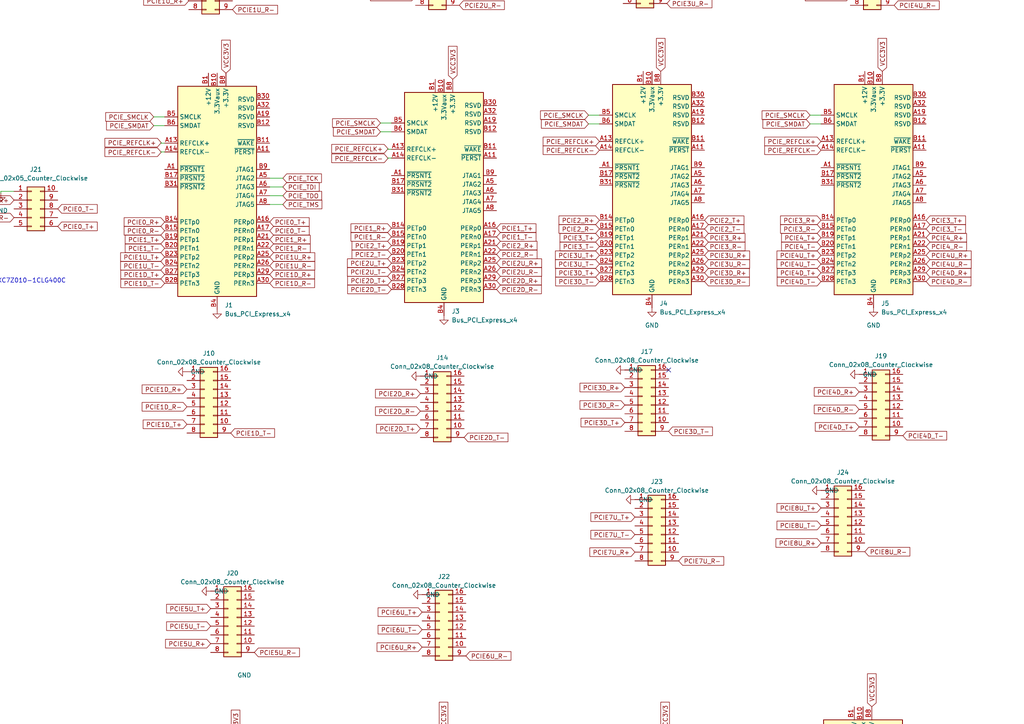
<source format=kicad_sch>
(kicad_sch (version 20230121) (generator eeschema)
  (paper "A4")
  (lib_symbols
    (symbol "Connector:Bus_PCI_Express_x4"
      (property "Reference" "J" (at -8.89 33.02 0))
      (property "Value" "Bus_PCI_Express_x4" (at 12.7 33.02 0))
      (symbol "Bus_PCI_Express_x4_0_1"
        (rectangle (start -11.43 31.75) (end 11.43 -29.21) (stroke (width 0.254)) (fill (type background)))
      )
      (symbol "Bus_PCI_Express_x4_1_1"
        (pin passive line (at -15.24 7.62 0) (length 3.81) (name "~{PRSNT1}") (number "A1"))
        (pin passive line (at 2.54 35.56 270) (length 3.81) hide (name "+3.3V") (number "A10"))
        (pin input line (at 15.24 12.7 180) (length 3.81) (name "~{PERST}") (number "A11"))
        (pin passive line (at 0 -33.02 90) (length 3.81) hide (name "GND") (number "A12"))
        (pin input line (at -15.24 15.24 0) (length 3.81) (name "REFCLK+") (number "A13"))
        (pin input line (at -15.24 12.7 0) (length 3.81) (name "REFCLK-") (number "A14"))
        (pin passive line (at 0 -33.02 90) (length 3.81) hide (name "GND") (number "A15"))
        (pin output line (at 15.24 -7.62 180) (length 3.81) (name "PERp0") (number "A16"))
        (pin output line (at 15.24 -10.16 180) (length 3.81) (name "PERn0") (number "A17"))
        (pin passive line (at 0 -33.02 90) (length 3.81) hide (name "GND") (number "A18"))
        (pin passive line (at 15.24 22.86 180) (length 3.81) (name "RSVD") (number "A19"))
        (pin passive line (at -2.54 35.56 270) (length 3.81) hide (name "+12V") (number "A2"))
        (pin passive line (at 0 -33.02 90) (length 3.81) hide (name "GND") (number "A20"))
        (pin output line (at 15.24 -12.7 180) (length 3.81) (name "PERp1") (number "A21"))
        (pin output line (at 15.24 -15.24 180) (length 3.81) (name "PERn1") (number "A22"))
        (pin passive line (at 0 -33.02 90) (length 3.81) hide (name "GND") (number "A23"))
        (pin passive line (at 0 -33.02 90) (length 3.81) hide (name "GND") (number "A24"))
        (pin output line (at 15.24 -17.78 180) (length 3.81) (name "PERp2") (number "A25"))
        (pin output line (at 15.24 -20.32 180) (length 3.81) (name "PERn2") (number "A26"))
        (pin passive line (at 0 -33.02 90) (length 3.81) hide (name "GND") (number "A27"))
        (pin passive line (at 0 -33.02 90) (length 3.81) hide (name "GND") (number "A28"))
        (pin output line (at 15.24 -22.86 180) (length 3.81) (name "PERp3") (number "A29"))
        (pin passive line (at -2.54 35.56 270) (length 3.81) hide (name "+12V") (number "A3"))
        (pin output line (at 15.24 -25.4 180) (length 3.81) (name "PERn3") (number "A30"))
        (pin passive line (at 0 -33.02 90) (length 3.81) hide (name "GND") (number "A31"))
        (pin passive line (at 15.24 25.4 180) (length 3.81) (name "RSVD") (number "A32"))
        (pin passive line (at 0 -33.02 90) (length 3.81) hide (name "GND") (number "A4"))
        (pin input line (at 15.24 5.08 180) (length 3.81) (name "JTAG2") (number "A5"))
        (pin input line (at 15.24 2.54 180) (length 3.81) (name "JTAG3") (number "A6"))
        (pin output line (at 15.24 0 180) (length 3.81) (name "JTAG4") (number "A7"))
        (pin input line (at 15.24 -2.54 180) (length 3.81) (name "JTAG5") (number "A8"))
        (pin passive line (at 2.54 35.56 270) (length 3.81) hide (name "+3.3V") (number "A9"))
        (pin power_in line (at -2.54 35.56 270) (length 3.81) (name "+12V") (number "B1"))
        (pin power_in line (at 0 35.56 270) (length 3.81) (name "3.3Vaux") (number "B10"))
        (pin open_collector line (at 15.24 15.24 180) (length 3.81) (name "~{WAKE}") (number "B11"))
        (pin passive line (at 15.24 20.32 180) (length 3.81) (name "RSVD") (number "B12"))
        (pin passive line (at 0 -33.02 90) (length 3.81) hide (name "GND") (number "B13"))
        (pin input line (at -15.24 -7.62 0) (length 3.81) (name "PETp0") (number "B14"))
        (pin input line (at -15.24 -10.16 0) (length 3.81) (name "PETn0") (number "B15"))
        (pin passive line (at 0 -33.02 90) (length 3.81) hide (name "GND") (number "B16"))
        (pin passive line (at -15.24 5.08 0) (length 3.81) (name "~{PRSNT2}") (number "B17"))
        (pin passive line (at 0 -33.02 90) (length 3.81) hide (name "GND") (number "B18"))
        (pin input line (at -15.24 -12.7 0) (length 3.81) (name "PETp1") (number "B19"))
        (pin passive line (at -2.54 35.56 270) (length 3.81) hide (name "+12V") (number "B2"))
        (pin input line (at -15.24 -15.24 0) (length 3.81) (name "PETn1") (number "B20"))
        (pin passive line (at 0 -33.02 90) (length 3.81) hide (name "GND") (number "B21"))
        (pin passive line (at 0 -33.02 90) (length 3.81) hide (name "GND") (number "B22"))
        (pin input line (at -15.24 -17.78 0) (length 3.81) (name "PETp2") (number "B23"))
        (pin input line (at -15.24 -20.32 0) (length 3.81) (name "PETn2") (number "B24"))
        (pin passive line (at 0 -33.02 90) (length 3.81) hide (name "GND") (number "B25"))
        (pin passive line (at 0 -33.02 90) (length 3.81) hide (name "GND") (number "B26"))
        (pin input line (at -15.24 -22.86 0) (length 3.81) (name "PETp3") (number "B27"))
        (pin input line (at -15.24 -25.4 0) (length 3.81) (name "PETn3") (number "B28"))
        (pin passive line (at 0 -33.02 90) (length 3.81) hide (name "GND") (number "B29"))
        (pin passive line (at -2.54 35.56 270) (length 3.81) hide (name "+12V") (number "B3"))
        (pin passive line (at 15.24 27.94 180) (length 3.81) (name "RSVD") (number "B30"))
        (pin passive line (at -15.24 2.54 0) (length 3.81) (name "~{PRSNT2}") (number "B31"))
        (pin passive line (at 0 -33.02 90) (length 3.81) hide (name "GND") (number "B32"))
        (pin power_in line (at 0 -33.02 90) (length 3.81) (name "GND") (number "B4"))
        (pin input line (at -15.24 22.86 0) (length 3.81) (name "SMCLK") (number "B5"))
        (pin bidirectional line (at -15.24 20.32 0) (length 3.81) (name "SMDAT") (number "B6"))
        (pin passive line (at 0 -33.02 90) (length 3.81) hide (name "GND") (number "B7"))
        (pin power_in line (at 2.54 35.56 270) (length 3.81) (name "+3.3V") (number "B8"))
        (pin input line (at 15.24 7.62 180) (length 3.81) (name "JTAG1") (number "B9"))
      )
    )
    (symbol "Connector_Generic:Conn_02x05_Counter_Clockwise" (pin_names (offset 1.016) hide)
      (property "Reference" "J" (at 1.27 7.62 0))
      (property "Value" "Conn_02x05_Counter_Clockwise" (at 1.27 -7.62 0))
      (symbol "Conn_02x05_Counter_Clockwise_1_1"
        (rectangle (start -1.27 -4.953) (end 0 -5.207) (stroke (width 0.1524)))
        (rectangle (start -1.27 -2.413) (end 0 -2.667) (stroke (width 0.1524)))
        (rectangle (start -1.27 0.127) (end 0 -0.127) (stroke (width 0.1524)))
        (rectangle (start -1.27 2.667) (end 0 2.413) (stroke (width 0.1524)))
        (rectangle (start -1.27 5.207) (end 0 4.953) (stroke (width 0.1524)))
        (rectangle (start -1.27 6.35) (end 3.81 -6.35) (stroke (width 0.254)) (fill (type background)))
        (rectangle (start 3.81 -4.953) (end 2.54 -5.207) (stroke (width 0.1524)))
        (rectangle (start 3.81 -2.413) (end 2.54 -2.667) (stroke (width 0.1524)))
        (rectangle (start 3.81 0.127) (end 2.54 -0.127) (stroke (width 0.1524)))
        (rectangle (start 3.81 2.667) (end 2.54 2.413) (stroke (width 0.1524)))
        (rectangle (start 3.81 5.207) (end 2.54 4.953) (stroke (width 0.1524)))
        (pin passive line (at -5.08 5.08 0) (length 3.81) (name "Pin_1") (number "1"))
        (pin passive line (at 7.62 5.08 180) (length 3.81) (name "Pin_10") (number "10"))
        (pin passive line (at -5.08 2.54 0) (length 3.81) (name "Pin_2") (number "2"))
        (pin passive line (at -5.08 0 0) (length 3.81) (name "Pin_3") (number "3"))
        (pin passive line (at -5.08 -2.54 0) (length 3.81) (name "Pin_4") (number "4"))
        (pin passive line (at -5.08 -5.08 0) (length 3.81) (name "Pin_5") (number "5"))
        (pin passive line (at 7.62 -5.08 180) (length 3.81) (name "Pin_6") (number "6"))
        (pin passive line (at 7.62 -2.54 180) (length 3.81) (name "Pin_7") (number "7"))
        (pin passive line (at 7.62 0 180) (length 3.81) (name "Pin_8") (number "8"))
        (pin passive line (at 7.62 2.54 180) (length 3.81) (name "Pin_9") (number "9"))
      )
    )
    (symbol "Connector_Generic:Conn_02x08_Counter_Clockwise" (pin_names (offset 1.016) hide)
      (property "Reference" "J" (at 1.27 10.16 0))
      (property "Value" "Conn_02x08_Counter_Clockwise" (at 1.27 -12.7 0))
      (symbol "Conn_02x08_Counter_Clockwise_1_1"
        (rectangle (start -1.27 -10.033) (end 0 -10.287) (stroke (width 0.1524)))
        (rectangle (start -1.27 -7.493) (end 0 -7.747) (stroke (width 0.1524)))
        (rectangle (start -1.27 -4.953) (end 0 -5.207) (stroke (width 0.1524)))
        (rectangle (start -1.27 -2.413) (end 0 -2.667) (stroke (width 0.1524)))
        (rectangle (start -1.27 0.127) (end 0 -0.127) (stroke (width 0.1524)))
        (rectangle (start -1.27 2.667) (end 0 2.413) (stroke (width 0.1524)))
        (rectangle (start -1.27 5.207) (end 0 4.953) (stroke (width 0.1524)))
        (rectangle (start -1.27 7.747) (end 0 7.493) (stroke (width 0.1524)))
        (rectangle (start -1.27 8.89) (end 3.81 -11.43) (stroke (width 0.254)) (fill (type background)))
        (rectangle (start 3.81 -10.033) (end 2.54 -10.287) (stroke (width 0.1524)))
        (rectangle (start 3.81 -7.493) (end 2.54 -7.747) (stroke (width 0.1524)))
        (rectangle (start 3.81 -4.953) (end 2.54 -5.207) (stroke (width 0.1524)))
        (rectangle (start 3.81 -2.413) (end 2.54 -2.667) (stroke (width 0.1524)))
        (rectangle (start 3.81 0.127) (end 2.54 -0.127) (stroke (width 0.1524)))
        (rectangle (start 3.81 2.667) (end 2.54 2.413) (stroke (width 0.1524)))
        (rectangle (start 3.81 5.207) (end 2.54 4.953) (stroke (width 0.1524)))
        (rectangle (start 3.81 7.747) (end 2.54 7.493) (stroke (width 0.1524)))
        (pin passive line (at -5.08 7.62 0) (length 3.81) (name "Pin_1") (number "1"))
        (pin passive line (at 7.62 -7.62 180) (length 3.81) (name "Pin_10") (number "10"))
        (pin passive line (at 7.62 -5.08 180) (length 3.81) (name "Pin_11") (number "11"))
        (pin passive line (at 7.62 -2.54 180) (length 3.81) (name "Pin_12") (number "12"))
        (pin passive line (at 7.62 0 180) (length 3.81) (name "Pin_13") (number "13"))
        (pin passive line (at 7.62 2.54 180) (length 3.81) (name "Pin_14") (number "14"))
        (pin passive line (at 7.62 5.08 180) (length 3.81) (name "Pin_15") (number "15"))
        (pin passive line (at 7.62 7.62 180) (length 3.81) (name "Pin_16") (number "16"))
        (pin passive line (at -5.08 5.08 0) (length 3.81) (name "Pin_2") (number "2"))
        (pin passive line (at -5.08 2.54 0) (length 3.81) (name "Pin_3") (number "3"))
        (pin passive line (at -5.08 0 0) (length 3.81) (name "Pin_4") (number "4"))
        (pin passive line (at -5.08 -2.54 0) (length 3.81) (name "Pin_5") (number "5"))
        (pin passive line (at -5.08 -5.08 0) (length 3.81) (name "Pin_6") (number "6"))
        (pin passive line (at -5.08 -7.62 0) (length 3.81) (name "Pin_7") (number "7"))
        (pin passive line (at -5.08 -10.16 0) (length 3.81) (name "Pin_8") (number "8"))
        (pin passive line (at 7.62 -10.16 180) (length 3.81) (name "Pin_9") (number "9"))
      )
    )
    (symbol "power:GND" (power) (pin_names (offset 0))
      (property "Value" "GND" (at 0 -3.81 0))
      (symbol "GND_0_1"
        (polyline (pts (xy 0 0) (xy 0 -1.27) (xy 1.27 -1.27) (xy 0 -2.54) (xy -1.27 -1.27) (xy 0 -1.27)))
      )
      (symbol "GND_1_1"
        (pin power_in line (at 0 0 270) (length 0) hide (name "GND") (number "1"))
      )
    )
  )
  (no_connect (at 193.929 107.315))
  (wire (pts (xy 234.95 33.401) (xy 238.125 33.401)))
  (wire (pts (xy 231.902 217.678) (xy 235.077 217.678)))
  (wire (pts (xy 44.577 36.449) (xy 47.752 36.449)))
  (wire (pts (xy 110.363 38.227) (xy 113.538 38.227)))
  (wire (pts (xy 78.232 56.769) (xy 82.042 56.769)))
  (wire (pts (xy 44.577 33.909) (xy 47.752 33.909)))
  (wire (pts (xy 4.064 55.499) (xy 0.254 55.499)))
  (wire (pts (xy 234.95 35.941) (xy 238.125 35.941)))
  (wire (pts (xy 78.232 51.689) (xy 82.042 51.689)))
  (wire (pts (xy 78.232 54.229) (xy 82.042 54.229)))
  (wire (pts (xy 113.538 45.847) (xy 112.5474 45.847)))
  (wire (pts (xy 112.5474 43.307) (xy 113.538 43.307)))
  (wire (pts (xy 171.958 228.473) (xy 175.133 228.473)))
  (wire (pts (xy 231.902 220.218) (xy 235.077 220.218)))
  (wire (pts (xy 47.371 230.759) (xy 50.546 230.759)))
  (wire (pts (xy 47.752 44.069) (xy 46.7614 44.069)))
  (wire (pts (xy 112.5474 45.847) (xy 112.5474 45.9232)))
  (wire (pts (xy 107.696 228.473) (xy 110.871 228.473)))
  (wire (pts (xy 298.704 227.076) (xy 294.894 227.076)))
  (wire (pts (xy 46.7614 44.069) (xy 46.7614 44.1452)))
  (wire (pts (xy 112.5474 43.307) (xy 112.5474 43.1546)))
  (wire (pts (xy 294.894 227.076) (xy 294.894 227.584)))
  (wire (pts (xy 46.7614 41.529) (xy 47.752 41.529)))
  (wire (pts (xy 46.7614 41.529) (xy 46.7614 41.3766)))
  (wire (pts (xy 107.696 225.933) (xy 110.871 225.933)))
  (wire (pts (xy 47.371 228.219) (xy 50.546 228.219)))
  (wire (pts (xy 0.254 55.499) (xy 0.254 56.007)))
  (wire (pts (xy 110.363 35.687) (xy 113.538 35.687)))
  (wire (pts (xy 171.958 225.933) (xy 175.133 225.933)))
  (wire (pts (xy 170.688 33.401) (xy 173.863 33.401)))
  (wire (pts (xy 78.232 59.309) (xy 82.042 59.309)))
  (wire (pts (xy 170.688 35.941) (xy 173.863 35.941)))
  (text "add zynq:  XC7Z010-1CLG400C" (at -12.065 82.2706 0) (effects (font (size 1.27 1.27)) (justify left bottom)))
  (global_label "PCIE3D_T-" (shape input) (at 193.929 125.095 0) (property "Intersheetrefs" "${INTERSHEET_REFS}" (effects hide)))
  (global_label "PCIE4D_T+" (shape input) (at 249.174 123.825 180) (property "Intersheetrefs" "${INTERSHEET_REFS}" (effects hide)))
  (global_label "PCIE7D_T-" (shape input) (at 203.327 318.262 0) (property "Intersheetrefs" "${INTERSHEET_REFS}" (effects hide)))
  (global_label "PCIE5U_T-" (shape input) (at 50.546 271.399 180) (property "Intersheetrefs" "${INTERSHEET_REFS}" (effects hide)))
  (global_label "PCIE_REFCLK-" (shape input) (at 238.125 43.561 180) (property "Intersheetrefs" "${INTERSHEET_REFS}" (effects hide)))
  (global_label "PCIE_SMDAT" (shape input) (at 234.95 35.941 180) (property "Intersheetrefs" "${INTERSHEET_REFS}" (effects hide)))
  (global_label "PCIE2D_T-" (shape input) (at 113.538 83.947 180) (property "Intersheetrefs" "${INTERSHEET_REFS}" (effects hide)))
  (global_label "PCIE4D_T-" (shape input) (at 261.874 126.365 0) (property "Intersheetrefs" "${INTERSHEET_REFS}" (effects hide)))
  (global_label "PCIE2_R-" (shape input) (at 144.018 73.787 0) (property "Intersheetrefs" "${INTERSHEET_REFS}" (effects hide)))
  (global_label "PCIE5D_T-" (shape input) (at 75.692 317.627 0) (property "Intersheetrefs" "${INTERSHEET_REFS}" (effects hide)))
  (global_label "PCIE5U_R+" (shape input) (at 61.087 186.69 180) (property "Intersheetrefs" "${INTERSHEET_REFS}" (effects hide)))
  (global_label "PCIE8_T-" (shape input) (at 298.704 234.696 180) (property "Intersheetrefs" "${INTERSHEET_REFS}" (effects hide)))
  (global_label "PCIE5D_T+" (shape input) (at 62.992 315.087 180) (property "Intersheetrefs" "${INTERSHEET_REFS}" (effects hide)))
  (global_label "PCIE_REFCLK+" (shape input) (at 238.125 41.021 180) (property "Intersheetrefs" "${INTERSHEET_REFS}" (effects hide)))
  (global_label "PCIE4_R-" (shape input) (at 50.546 261.239 180) (property "Intersheetrefs" "${INTERSHEET_REFS}" (effects hide)))
  (global_label "PCIE7U_R-" (shape input) (at 205.613 269.113 0) (property "Intersheetrefs" "${INTERSHEET_REFS}" (effects hide)))
  (global_label "PCIE4U_R-" (shape input) (at 268.605 76.581 0) (property "Intersheetrefs" "${INTERSHEET_REFS}" (effects hide)))
  (global_label "PCIE7U_T+" (shape input) (at 184.15 149.987 180) (property "Intersheetrefs" "${INTERSHEET_REFS}" (effects hide)))
  (global_label "PCIE2D_T-" (shape input) (at 134.62 126.873 0) (property "Intersheetrefs" "${INTERSHEET_REFS}" (effects hide)))
  (global_label "PCIE1U_R-" (shape input) (at 67.437 2.794 0) (property "Intersheetrefs" "${INTERSHEET_REFS}" (effects hide)))
  (global_label "PCIE3U_R+" (shape input) (at 180.721 -1.524 180) (property "Intersheetrefs" "${INTERSHEET_REFS}" (effects hide)))
  (global_label "PCIE7U_T-" (shape input) (at 184.15 155.067 180) (property "Intersheetrefs" "${INTERSHEET_REFS}" (effects hide)))
  (global_label "PCIE_SMDAT" (shape input) (at 47.371 230.759 180) (property "Intersheetrefs" "${INTERSHEET_REFS}" (effects hide)))
  (global_label "PCIE6U_R-" (shape input) (at 135.128 190.246 0) (property "Intersheetrefs" "${INTERSHEET_REFS}" (effects hide)))
  (global_label "PCIE2U_T-" (shape input) (at 113.538 78.867 180) (property "Intersheetrefs" "${INTERSHEET_REFS}" (effects hide)))
  (global_label "PCIE_TCK" (shape input) (at 82.042 51.689 0) (property "Intersheetrefs" "${INTERSHEET_REFS}" (effects hide)))
  (global_label "PCIE6_T+" (shape input) (at 205.613 256.413 0) (property "Intersheetrefs" "${INTERSHEET_REFS}" (effects hide)))
  (global_label "PCIE1D_T+" (shape input) (at 54.229 123.063 180) (property "Intersheetrefs" "${INTERSHEET_REFS}" (effects hide)))
  (global_label "PCIE7_R-" (shape input) (at 205.613 264.033 0) (property "Intersheetrefs" "${INTERSHEET_REFS}" (effects hide)))
  (global_label "PCIE6D_T+" (shape input) (at 127.254 315.341 180) (property "Intersheetrefs" "${INTERSHEET_REFS}" (effects hide)))
  (global_label "PCIE_SMCLK" (shape input) (at 110.363 35.687 180) (property "Intersheetrefs" "${INTERSHEET_REFS}" (effects hide)))
  (global_label "PCIE3D_R+" (shape input) (at 181.229 112.395 180) (property "Intersheetrefs" "${INTERSHEET_REFS}" (effects hide)))
  (global_label "PCIE3D_R+" (shape input) (at 204.343 79.121 0) (property "Intersheetrefs" "${INTERSHEET_REFS}" (effects hide)))
  (global_label "PCIE0_R-" (shape input) (at 4.064 63.119 180) (property "Intersheetrefs" "${INTERSHEET_REFS}" (effects hide)))
  (global_label "PCIE8D_R-" (shape input) (at 265.557 265.938 0) (property "Intersheetrefs" "${INTERSHEET_REFS}" (effects hide)))
  (global_label "PCIE1D_T-" (shape input) (at 47.752 82.169 180) (property "Intersheetrefs" "${INTERSHEET_REFS}" (effects hide)))
  (global_label "PCIE4U_R-" (shape input) (at 259.334 1.524 0) (property "Intersheetrefs" "${INTERSHEET_REFS}" (effects hide)))
  (global_label "PCIE2_R+" (shape input) (at 173.863 63.881 180) (property "Intersheetrefs" "${INTERSHEET_REFS}" (effects hide)))
  (global_label "PCIE1U_T-" (shape input) (at 47.752 77.089 180) (property "Intersheetrefs" "${INTERSHEET_REFS}" (effects hide)))
  (global_label "PCIE7_T+" (shape input) (at 265.557 248.158 0) (property "Intersheetrefs" "${INTERSHEET_REFS}" (effects hide)))
  (global_label "PCIE8U_T-" (shape input) (at 238.125 152.4 180) (property "Intersheetrefs" "${INTERSHEET_REFS}" (effects hide)))
  (global_label "PCIE2_R+" (shape input) (at 144.018 71.247 0) (property "Intersheetrefs" "${INTERSHEET_REFS}" (effects hide)))
  (global_label "PCIE8_R-" (shape input) (at 311.404 232.156 0) (property "Intersheetrefs" "${INTERSHEET_REFS}" (effects hide)))
  (global_label "PCIE4D_T+" (shape input) (at 238.125 79.121 180) (property "Intersheetrefs" "${INTERSHEET_REFS}" (effects hide)))
  (global_label "PCIE3_T+" (shape input) (at 268.605 63.881 0) (property "Intersheetrefs" "${INTERSHEET_REFS}" (effects hide)))
  (global_label "PCIE7U_T-" (shape input) (at 175.133 269.113 180) (property "Intersheetrefs" "${INTERSHEET_REFS}" (effects hide)))
  (global_label "PCIE_TDO" (shape input) (at 82.042 56.769 0) (property "Intersheetrefs" "${INTERSHEET_REFS}" (effects hide)))
  (global_label "PCIE8U_R+" (shape input) (at 265.557 258.318 0) (property "Intersheetrefs" "${INTERSHEET_REFS}" (effects hide)))
  (global_label "PCIE8D_R-" (shape input) (at 252.984 305.181 180) (property "Intersheetrefs" "${INTERSHEET_REFS}" (effects hide)))
  (global_label "PCIE0_R-" (shape input) (at 47.752 66.929 180) (property "Intersheetrefs" "${INTERSHEET_REFS}" (effects hide)))
  (global_label "PCIE5_T+" (shape input) (at 50.546 263.779 180) (property "Intersheetrefs" "${INTERSHEET_REFS}" (effects hide)))
  (global_label "PCIE4U_R+" (shape input) (at 268.605 74.041 0) (property "Intersheetrefs" "${INTERSHEET_REFS}" (effects hide)))
  (global_label "PCIE4U_T-" (shape input) (at 238.125 76.581 180) (property "Intersheetrefs" "${INTERSHEET_REFS}" (effects hide)))
  (global_label "PCIE5U_T+" (shape input) (at 50.546 268.859 180) (property "Intersheetrefs" "${INTERSHEET_REFS}" (effects hide)))
  (global_label "PCIE3U_R-" (shape input) (at 204.343 76.581 0) (property "Intersheetrefs" "${INTERSHEET_REFS}" (effects hide)))
  (global_label "PCIE8U_R-" (shape input) (at 250.825 160.02 0) (property "Intersheetrefs" "${INTERSHEET_REFS}" (effects hide)))
  (global_label "PCIE6D_R+" (shape input) (at 141.351 271.653 0) (property "Intersheetrefs" "${INTERSHEET_REFS}" (effects hide)))
  (global_label "PCIE6U_R+" (shape input) (at 122.428 187.706 180) (property "Intersheetrefs" "${INTERSHEET_REFS}" (effects hide)))
  (global_label "PCIE0_T+" (shape input) (at 16.764 65.659 0) (property "Intersheetrefs" "${INTERSHEET_REFS}" (effects hide)))
  (global_label "PCIE6D_R-" (shape input) (at 127.254 310.261 180) (property "Intersheetrefs" "${INTERSHEET_REFS}" (effects hide)))
  (global_label "PCIE4D_R+" (shape input) (at 268.605 79.121 0) (property "Intersheetrefs" "${INTERSHEET_REFS}" (effects hide)))
  (global_label "PCIE3D_R-" (shape input) (at 181.229 117.475 180) (property "Intersheetrefs" "${INTERSHEET_REFS}" (effects hide)))
  (global_label "PCIE4U_R+" (shape input) (at 246.634 -1.016 180) (property "Intersheetrefs" "${INTERSHEET_REFS}" (effects hide)))
  (global_label "PCIE_REFCLK+" (shape input) (at 173.863 41.021 180) (property "Intersheetrefs" "${INTERSHEET_REFS}" (effects hide)))
  (global_label "PCIE_REFCLK-" (shape input) (at 50.546 238.379 180) (property "Intersheetrefs" "${INTERSHEET_REFS}" (effects hide)))
  (global_label "PCIE1_R-" (shape input) (at 78.232 72.009 0) (property "Intersheetrefs" "${INTERSHEET_REFS}" (effects hide)))
  (global_label "PCIE2_T-" (shape input) (at 204.343 66.421 0) (property "Intersheetrefs" "${INTERSHEET_REFS}" (effects hide)))
  (global_label "PCIE5U_R-" (shape input) (at 73.787 189.23 0) (property "Intersheetrefs" "${INTERSHEET_REFS}" (effects hide)))
  (global_label "PCIE7U_R-" (shape input) (at 196.85 162.687 0) (property "Intersheetrefs" "${INTERSHEET_REFS}" (effects hide)))
  (global_label "PCIE_REFCLK+" (shape input) (at 50.546 235.839 180) (property "Intersheetrefs" "${INTERSHEET_REFS}" (effects hide)))
  (global_label "PCIE7D_R+" (shape input) (at 205.613 271.653 0) (property "Intersheetrefs" "${INTERSHEET_REFS}" (effects hide)))
  (global_label "PCIE_REFCLK+" (shape input) (at 235.077 225.298 180) (property "Intersheetrefs" "${INTERSHEET_REFS}" (effects hide)))
  (global_label "PCIE6U_R+" (shape input) (at 141.351 266.573 0) (property "Intersheetrefs" "${INTERSHEET_REFS}" (effects hide)))
  (global_label "PCIE2U_R-" (shape input) (at 144.018 78.867 0) (property "Intersheetrefs" "${INTERSHEET_REFS}" (effects hide)))
  (global_label "PCIE2D_T+" (shape input) (at 121.92 124.333 180) (property "Intersheetrefs" "${INTERSHEET_REFS}" (effects hide)))
  (global_label "PCIE_SMDAT" (shape input) (at 110.363 38.227 180) (property "Intersheetrefs" "${INTERSHEET_REFS}" (effects hide)))
  (global_label "PCIE6_R+" (shape input) (at 175.133 256.413 180) (property "Intersheetrefs" "${INTERSHEET_REFS}" (effects hide)))
  (global_label "PCIE2_T+" (shape input) (at 113.538 71.247 180) (property "Intersheetrefs" "${INTERSHEET_REFS}" (effects hide)))
  (global_label "PCIE1_R+" (shape input) (at 113.538 66.167 180) (property "Intersheetrefs" "${INTERSHEET_REFS}" (effects hide)))
  (global_label "PCIE3D_T+" (shape input) (at 181.229 122.555 180) (property "Intersheetrefs" "${INTERSHEET_REFS}" (effects hide)))
  (global_label "PCIE5_R+" (shape input) (at 110.871 256.413 180) (property "Intersheetrefs" "${INTERSHEET_REFS}" (effects hide)))
  (global_label "VCC3V3" (shape input) (at 252.857 204.978 90) (property "Intersheetrefs" "${INTERSHEET_REFS}" (effects hide)))
  (global_label "PCIE5_R-" (shape input) (at 81.026 266.319 0) (property "Intersheetrefs" "${INTERSHEET_REFS}" (effects hide)))
  (global_label "PCIE6D_R+" (shape input) (at 127.254 305.181 180) (property "Intersheetrefs" "${INTERSHEET_REFS}" (effects hide)))
  (global_label "PCIE_SMCLK" (shape input) (at 171.958 225.933 180) (property "Intersheetrefs" "${INTERSHEET_REFS}" (effects hide)))
  (global_label "PCIE8U_T+" (shape input) (at 238.125 147.32 180) (property "Intersheetrefs" "${INTERSHEET_REFS}" (effects hide)))
  (global_label "PCIE5_T+" (shape input) (at 141.351 256.413 0) (property "Intersheetrefs" "${INTERSHEET_REFS}" (effects hide)))
  (global_label "PCIE1_T+" (shape input) (at 47.752 69.469 180) (property "Intersheetrefs" "${INTERSHEET_REFS}" (effects hide)))
  (global_label "PCIE2_T+" (shape input) (at 204.343 63.881 0) (property "Intersheetrefs" "${INTERSHEET_REFS}" (effects hide)))
  (global_label "PCIE8U_T-" (shape input) (at 235.077 260.858 180) (property "Intersheetrefs" "${INTERSHEET_REFS}" (effects hide)))
  (global_label "PCIE5D_T-" (shape input) (at 50.546 276.479 180) (property "Intersheetrefs" "${INTERSHEET_REFS}" (effects hide)))
  (global_label "PCIE8D_T+" (shape input) (at 235.077 263.398 180) (property "Intersheetrefs" "${INTERSHEET_REFS}" (effects hide)))
  (global_label "PCIE5D_T+" (shape input) (at 50.546 273.939 180) (property "Intersheetrefs" "${INTERSHEET_REFS}" (effects hide)))
  (global_label "VCC3V3" (shape input) (at 128.651 213.233 90) (property "Intersheetrefs" "${INTERSHEET_REFS}" (effects hide)))
  (global_label "PCIE_TDI" (shape input) (at 82.042 54.229 0) (property "Intersheetrefs" "${INTERSHEET_REFS}" (effects hide)))
  (global_label "PCIE_SMCLK" (shape input) (at 234.95 33.401 180) (property "Intersheetrefs" "${INTERSHEET_REFS}" (effects hide)))
  (global_label "PCIE2D_R+" (shape input) (at 121.92 114.173 180) (property "Intersheetrefs" "${INTERSHEET_REFS}" (effects hide)))
  (global_label "PCIE2U_R+" (shape input) (at 120.523 -1.016 180) (property "Intersheetrefs" "${INTERSHEET_REFS}" (effects hide)))
  (global_label "PCIE_SMCLK" (shape input) (at 47.371 228.219 180) (property "Intersheetrefs" "${INTERSHEET_REFS}" (effects hide)))
  (global_label "PCIE6D_R-" (shape input) (at 141.351 274.193 0) (property "Intersheetrefs" "${INTERSHEET_REFS}" (effects hide)))
  (global_label "PCIE5U_T-" (shape input) (at 61.087 181.61 180) (property "Intersheetrefs" "${INTERSHEET_REFS}" (effects hide)))
  (global_label "PCIE5_R+" (shape input) (at 81.026 263.779 0) (property "Intersheetrefs" "${INTERSHEET_REFS}" (effects hide)))
  (global_label "PCIE_REFCLK-" (shape input) (at 175.133 236.093 180) (property "Intersheetrefs" "${INTERSHEET_REFS}" (effects hide)))
  (global_label "PCIE5D_R+" (shape input) (at 81.026 273.939 0) (property "Intersheetrefs" "${INTERSHEET_REFS}" (effects hide)))
  (global_label "PCIE_SMDAT" (shape input) (at 107.696 228.473 180) (property "Intersheetrefs" "${INTERSHEET_REFS}" (effects hide)))
  (global_label "PCIE2_T-" (shape input) (at 113.538 73.787 180) (property "Intersheetrefs" "${INTERSHEET_REFS}" (effects hide)))
  (global_label "PCIE1U_T+" (shape input) (at 54.737 -9.906 180) (property "Intersheetrefs" "${INTERSHEET_REFS}" (effects hide)))
  (global_label "PCIE4_T-" (shape input) (at 81.026 261.239 0) (property "Intersheetrefs" "${INTERSHEET_REFS}" (effects hide)))
  (global_label "PCIE4_T+" (shape input) (at 81.026 258.699 0) (property "Intersheetrefs" "${INTERSHEET_REFS}" (effects hide)))
  (global_label "PCIE5_R-" (shape input) (at 110.871 258.953 180) (property "Intersheetrefs" "${INTERSHEET_REFS}" (effects hide)))
  (global_label "PCIE6_R-" (shape input) (at 175.133 258.953 180) (property "Intersheetrefs" "${INTERSHEET_REFS}" (effects hide)))
  (global_label "PCIE6U_T+" (shape input) (at 110.871 266.573 180) (property "Intersheetrefs" "${INTERSHEET_REFS}" (effects hide)))
  (global_label "PCIE6_R+" (shape input) (at 141.351 261.493 0) (property "Intersheetrefs" "${INTERSHEET_REFS}" (effects hide)))
  (global_label "PCIE_REFCLK-" (shape input) (at 110.871 236.093 180) (property "Intersheetrefs" "${INTERSHEET_REFS}" (effects hide)))
  (global_label "PCIE3U_T-" (shape input) (at 180.721 -6.604 180) (property "Intersheetrefs" "${INTERSHEET_REFS}" (effects hide)))
  (global_label "PCIE8D_T+" (shape input) (at 252.984 310.261 180) (property "Intersheetrefs" "${INTERSHEET_REFS}" (effects hide)))
  (global_label "PCIE_REFCLK+" (shape input) (at 112.5474 43.1546 180) (property "Intersheetrefs" "${INTERSHEET_REFS}" (effects hide)))
  (global_label "PCIE1D_T+" (shape input) (at 47.752 79.629 180) (property "Intersheetrefs" "${INTERSHEET_REFS}" (effects hide)))
  (global_label "PCIE_TMS" (shape input) (at 82.042 59.309 0) (property "Intersheetrefs" "${INTERSHEET_REFS}" (effects hide)))
  (global_label "PCIE4_R-" (shape input) (at 268.605 71.501 0) (property "Intersheetrefs" "${INTERSHEET_REFS}" (effects hide)))
  (global_label "PCIE3D_R-" (shape input) (at 204.343 81.661 0) (property "Intersheetrefs" "${INTERSHEET_REFS}" (effects hide)))
  (global_label "PCIE1D_R-" (shape input) (at 78.232 82.169 0) (property "Intersheetrefs" "${INTERSHEET_REFS}" (effects hide)))
  (global_label "PCIE4_T+" (shape input) (at 238.125 68.961 180) (property "Intersheetrefs" "${INTERSHEET_REFS}" (effects hide)))
  (global_label "PCIE3_R+" (shape input) (at 204.343 68.961 0) (property "Intersheetrefs" "${INTERSHEET_REFS}" (effects hide)))
  (global_label "PCIE8U_T+" (shape input) (at 235.077 258.318 180) (property "Intersheetrefs" "${INTERSHEET_REFS}" (effects hide)))
  (global_label "PCIE0_T-" (shape input) (at 16.764 60.579 0) (property "Intersheetrefs" "${INTERSHEET_REFS}" (effects hide)))
  (global_label "PCIE4_R+" (shape input) (at 50.546 258.699 180) (property "Intersheetrefs" "${INTERSHEET_REFS}" (effects hide)))
  (global_label "PCIE6_T+" (shape input) (at 110.871 261.493 180) (property "Intersheetrefs" "${INTERSHEET_REFS}" (effects hide)))
  (global_label "PCIE_SMCLK" (shape input) (at 170.688 33.401 180) (property "Intersheetrefs" "${INTERSHEET_REFS}" (effects hide)))
  (global_label "PCIE2D_R+" (shape input) (at 144.018 81.407 0) (property "Intersheetrefs" "${INTERSHEET_REFS}" (effects hide)))
  (global_label "PCIE1_T-" (shape input) (at 144.018 68.707 0) (property "Intersheetrefs" "${INTERSHEET_REFS}" (effects hide)))
  (global_label "PCIE_SMCLK" (shape input) (at 231.902 217.678 180) (property "Intersheetrefs" "${INTERSHEET_REFS}" (effects hide)))
  (global_label "PCIE0_T+" (shape input) (at 78.232 64.389 0) (property "Intersheetrefs" "${INTERSHEET_REFS}" (effects hide)))
  (global_label "PCIE0_R+" (shape input) (at 4.064 58.039 180) (property "Intersheetrefs" "${INTERSHEET_REFS}" (effects hide)))
  (global_label "PCIE2D_T+" (shape input) (at 113.538 81.407 180) (property "Intersheetrefs" "${INTERSHEET_REFS}" (effects hide)))
  (global_label "PCIE0_R+" (shape input) (at 47.752 64.389 180) (property "Intersheetrefs" "${INTERSHEET_REFS}" (effects hide)))
  (global_label "PCIE2_R-" (shape input) (at 173.863 66.421 180) (property "Intersheetrefs" "${INTERSHEET_REFS}" (effects hide)))
  (global_label "PCIE8_R-" (shape input) (at 265.557 255.778 0) (property "Intersheetrefs" "${INTERSHEET_REFS}" (effects hide)))
  (global_label "PCIE3_R-" (shape input) (at 238.125 66.421 180) (property "Intersheetrefs" "${INTERSHEET_REFS}" (effects hide)))
  (global_label "PCIE1U_R-" (shape input) (at 78.232 77.089 0) (property "Intersheetrefs" "${INTERSHEET_REFS}" (effects hide)))
  (global_label "PCIE1_R+" (shape input) (at 78.232 69.469 0) (property "Intersheetrefs" "${INTERSHEET_REFS}" (effects hide)))
  (global_label "PCIE3U_T+" (shape input) (at 180.721 -11.684 180) (property "Intersheetrefs" "${INTERSHEET_REFS}" (effects hide)))
  (global_label "PCIE_SMDAT" (shape input) (at 44.577 36.449 180) (property "Intersheetrefs" "${INTERSHEET_REFS}" (effects hide)))
  (global_label "PCIE6D_T-" (shape input) (at 110.871 274.193 180) (property "Intersheetrefs" "${INTERSHEET_REFS}" (effects hide)))
  (global_label "PCIE7D_T+" (shape input) (at 175.133 271.653 180) (property "Intersheetrefs" "${INTERSHEET_REFS}" (effects hide)))
  (global_label "PCIE1D_R-" (shape input) (at 54.229 117.983 180) (property "Intersheetrefs" "${INTERSHEET_REFS}" (effects hide)))
  (global_label "PCIE2U_T+" (shape input) (at 113.538 76.327 180) (property "Intersheetrefs" "${INTERSHEET_REFS}" (effects hide)))
  (global_label "PCIE6U_T+" (shape input) (at 122.428 177.546 180) (property "Intersheetrefs" "${INTERSHEET_REFS}" (effects hide)))
  (global_label "PCIE6U_T-" (shape input) (at 110.871 269.113 180) (property "Intersheetrefs" "${INTERSHEET_REFS}" (effects hide)))
  (global_label "PCIE5_T-" (shape input) (at 141.351 258.953 0) (property "Intersheetrefs" "${INTERSHEET_REFS}" (effects hide)))
  (global_label "PCIE1_T-" (shape input) (at 47.752 72.009 180) (property "Intersheetrefs" "${INTERSHEET_REFS}" (effects hide)))
  (global_label "PCIE_REFCLK-" (shape input) (at 173.863 43.561 180) (property "Intersheetrefs" "${INTERSHEET_REFS}" (effects hide)))
  (global_label "PCIE7U_T+" (shape input) (at 175.133 266.573 180) (property "Intersheetrefs" "${INTERSHEET_REFS}" (effects hide)))
  (global_label "PCIE_REFCLK-" (shape input) (at 112.5474 45.9232 180) (property "Intersheetrefs" "${INTERSHEET_REFS}" (effects hide)))
  (global_label "PCIE7_R+" (shape input) (at 235.077 248.158 180) (property "Intersheetrefs" "${INTERSHEET_REFS}" (effects hide)))
  (global_label "PCIE5U_R+" (shape input) (at 81.026 268.859 0) (property "Intersheetrefs" "${INTERSHEET_REFS}" (effects hide)))
  (global_label "PCIE7U_R+" (shape input) (at 205.613 266.573 0) (property "Intersheetrefs" "${INTERSHEET_REFS}" (effects hide)))
  (global_label "PCIE6_R-" (shape input) (at 141.351 264.033 0) (property "Intersheetrefs" "${INTERSHEET_REFS}" (effects hide)))
  (global_label "PCIE1D_R+" (shape input) (at 54.229 112.903 180) (property "Intersheetrefs" "${INTERSHEET_REFS}" (effects hide)))
  (global_label "PCIE7D_R-" (shape input) (at 205.613 274.193 0) (property "Intersheetrefs" "${INTERSHEET_REFS}" (effects hide)))
  (global_label "PCIE2U_T+" (shape input) (at 120.523 -11.176 180) (property "Intersheetrefs" "${INTERSHEET_REFS}" (effects hide)))
  (global_label "PCIE8D_T-" (shape input) (at 265.684 312.801 0) (property "Intersheetrefs" "${INTERSHEET_REFS}" (effects hide)))
  (global_label "PCIE1_T+" (shape input) (at 144.018 66.167 0) (property "Intersheetrefs" "${INTERSHEET_REFS}" (effects hide)))
  (global_label "PCIE_SMDAT" (shape input) (at 231.902 220.218 180) (property "Intersheetrefs" "${INTERSHEET_REFS}" (effects hide)))
  (global_label "PCIE5_T-" (shape input) (at 50.546 266.319 180) (property "Intersheetrefs" "${INTERSHEET_REFS}" (effects hide)))
  (global_label "VCC3V3" (shape input) (at 131.318 22.987 90) (property "Intersheetrefs" "${INTERSHEET_REFS}" (effects hide)))
  (global_label "PCIE6_T-" (shape input) (at 205.613 258.953 0) (property "Intersheetrefs" "${INTERSHEET_REFS}" (effects hide)))
  (global_label "PCIE_REFCLK-" (shape input) (at 46.7614 44.1452 180) (property "Intersheetrefs" "${INTERSHEET_REFS}" (effects hide)))
  (global_label "PCIE_SMCLK" (shape input) (at 44.577 33.909 180) (property "Intersheetrefs" "${INTERSHEET_REFS}" (effects hide)))
  (global_label "PCIE6D_T-" (shape input) (at 139.954 317.881 0) (property "Intersheetrefs" "${INTERSHEET_REFS}" (effects hide)))
  (global_label "PCIE2U_T-" (shape input) (at 120.523 -6.096 180) (property "Intersheetrefs" "${INTERSHEET_REFS}" (effects hide)))
  (global_label "PCIE8_T+" (shape input) (at 298.704 229.616 180) (property "Intersheetrefs" "${INTERSHEET_REFS}" (effects hide)))
  (global_label "VCC3V3" (shape input) (at 191.643 20.701 90) (property "Intersheetrefs" "${INTERSHEET_REFS}" (effects hide)))
  (global_label "PCIE_REFCLK+" (shape input) (at 110.871 233.553 180) (property "Intersheetrefs" "${INTERSHEET_REFS}" (effects hide)))
  (global_label "PCIE7_T-" (shape input) (at 265.557 250.698 0) (property "Intersheetrefs" "${INTERSHEET_REFS}" (effects hide)))
  (global_label "PCIE3_T-" (shape input) (at 173.863 71.501 180) (property "Intersheetrefs" "${INTERSHEET_REFS}" (effects hide)))
  (global_label "PCIE4_T-" (shape input) (at 238.125 71.501 180) (property "Intersheetrefs" "${INTERSHEET_REFS}" (effects hide)))
  (global_label "PCIE_REFCLK-" (shape input) (at 235.077 227.838 180) (property "Intersheetrefs" "${INTERSHEET_REFS}" (effects hide)))
  (global_label "PCIE8D_T-" (shape input) (at 235.077 265.938 180) (property "Intersheetrefs" "${INTERSHEET_REFS}" (effects hide)))
  (global_label "VCC3V3" (shape input) (at 65.532 21.209 90) (property "Intersheetrefs" "${INTERSHEET_REFS}" (effects hide)))
  (global_label "PCIE2D_R-" (shape input) (at 121.92 119.253 180) (property "Intersheetrefs" "${INTERSHEET_REFS}" (effects hide)))
  (global_label "PCIE1U_R+" (shape input) (at 78.232 74.549 0) (property "Intersheetrefs" "${INTERSHEET_REFS}" (effects hide)))
  (global_label "PCIE4_R+" (shape input) (at 268.605 68.961 0) (property "Intersheetrefs" "${INTERSHEET_REFS}" (effects hide)))
  (global_label "PCIE4D_R-" (shape input) (at 249.174 118.745 180) (property "Intersheetrefs" "${INTERSHEET_REFS}" (effects hide)))
  (global_label "PCIE1D_T-" (shape input) (at 66.929 125.603 0) (property "Intersheetrefs" "${INTERSHEET_REFS}" (effects hide)))
  (global_label "PCIE5U_R-" (shape input) (at 81.026 271.399 0) (property "Intersheetrefs" "${INTERSHEET_REFS}" (effects hide)))
  (global_label "PCIE3U_R-" (shape input) (at 193.421 1.016 0) (property "Intersheetrefs" "${INTERSHEET_REFS}" (effects hide)))
  (global_label "PCIE7D_R-" (shape input) (at 190.627 310.642 180) (property "Intersheetrefs" "${INTERSHEET_REFS}" (effects hide)))
  (global_label "PCIE6U_T-" (shape input) (at 122.428 182.626 180) (property "Intersheetrefs" "${INTERSHEET_REFS}" (effects hide)))
  (global_label "PCIE7_R+" (shape input) (at 205.613 261.493 0) (property "Intersheetrefs" "${INTERSHEET_REFS}" (effects hide)))
  (global_label "PCIE5D_R-" (shape input) (at 81.026 276.479 0) (property "Intersheetrefs" "${INTERSHEET_REFS}" (effects hide)))
  (global_label "PCIE_REFCLK+" (shape input) (at 175.133 233.553 180) (property "Intersheetrefs" "${INTERSHEET_REFS}" (effects hide)))
  (global_label "PCIE8U_R+" (shape input) (at 238.125 157.48 180) (property "Intersheetrefs" "${INTERSHEET_REFS}" (effects hide)))
  (global_label "PCIE3_R+" (shape input) (at 238.125 63.881 180) (property "Intersheetrefs" "${INTERSHEET_REFS}" (effects hide)))
  (global_label "PCIE4U_T-" (shape input) (at 246.634 -6.096 180) (property "Intersheetrefs" "${INTERSHEET_REFS}" (effects hide)))
  (global_label "PCIE5U_T+" (shape input) (at 61.087 176.53 180) (property "Intersheetrefs" "${INTERSHEET_REFS}" (effects hide)))
  (global_label "PCIE3_T-" (shape input) (at 268.605 66.421 0) (property "Intersheetrefs" "${INTERSHEET_REFS}" (effects hide)))
  (global_label "PCIE8U_R-" (shape input) (at 265.557 260.858 0) (property "Intersheetrefs" "${INTERSHEET_REFS}" (effects hide)))
  (global_label "PCIE_SMDAT" (shape input) (at 170.688 35.941 180) (property "Intersheetrefs" "${INTERSHEET_REFS}" (effects hide)))
  (global_label "PCIE3D_T+" (shape input) (at 173.863 79.121 180) (property "Intersheetrefs" "${INTERSHEET_REFS}" (effects hide)))
  (global_label "VCC3V3" (shape input) (at 255.905 20.701 90) (property "Intersheetrefs" "${INTERSHEET_REFS}" (effects hide)))
  (global_label "PCIE7U_R+" (shape input) (at 184.15 160.147 180) (property "Intersheetrefs" "${INTERSHEET_REFS}" (effects hide)))
  (global_label "PCIE8_R+" (shape input) (at 311.404 237.236 0) (property "Intersheetrefs" "${INTERSHEET_REFS}" (effects hide)))
  (global_label "PCIE3_R-" (shape input) (at 204.343 71.501 0) (property "Intersheetrefs" "${INTERSHEET_REFS}" (effects hide)))
  (global_label "PCIE2U_R+" (shape input) (at 144.018 76.327 0) (property "Intersheetrefs" "${INTERSHEET_REFS}" (effects hide)))
  (global_label "PCIE_SMDAT" (shape input) (at 171.958 228.473 180) (property "Intersheetrefs" "${INTERSHEET_REFS}" (effects hide)))
  (global_label "PCIE8_T+" (shape input) (at 235.077 253.238 180) (property "Intersheetrefs" "${INTERSHEET_REFS}" (effects hide)))
  (global_label "PCIE3U_T-" (shape input) (at 173.863 76.581 180) (property "Intersheetrefs" "${INTERSHEET_REFS}" (effects hide)))
  (global_label "PCIE8D_R+" (shape input) (at 265.557 263.398 0) (property "Intersheetrefs" "${INTERSHEET_REFS}" (effects hide)))
  (global_label "PCIE8_T-" (shape input) (at 235.077 255.778 180) (property "Intersheetrefs" "${INTERSHEET_REFS}" (effects hide)))
  (global_label "PCIE7_R-" (shape input) (at 235.077 250.698 180) (property "Intersheetrefs" "${INTERSHEET_REFS}" (effects hide)))
  (global_label "PCIE3U_T+" (shape input) (at 173.863 74.041 180) (property "Intersheetrefs" "${INTERSHEET_REFS}" (effects hide)))
  (global_label "PCIE7D_T+" (shape input) (at 190.627 315.722 180) (property "Intersheetrefs" "${INTERSHEET_REFS}" (effects hide)))
  (global_label "PCIE7_T-" (shape input) (at 175.133 264.033 180) (property "Intersheetrefs" "${INTERSHEET_REFS}" (effects hide)))
  (global_label "PCIE4D_R+" (shape input) (at 249.174 113.665 180) (property "Intersheetrefs" "${INTERSHEET_REFS}" (effects hide)))
  (global_label "PCIE6_T-" (shape input) (at 110.871 264.033 180) (property "Intersheetrefs" "${INTERSHEET_REFS}" (effects hide)))
  (global_label "PCIE8D_R+" (shape input) (at 252.984 300.101 180) (property "Intersheetrefs" "${INTERSHEET_REFS}" (effects hide)))
  (global_label "VCC3V3" (shape input) (at 192.913 213.233 90) (property "Intersheetrefs" "${INTERSHEET_REFS}" (effects hide)))
  (global_label "PCIE4D_T-" (shape input) (at 238.125 81.661 180) (property "Intersheetrefs" "${INTERSHEET_REFS}" (effects hide)))
  (global_label "PCIE6D_T+" (shape input) (at 110.871 271.653 180) (property "Intersheetrefs" "${INTERSHEET_REFS}" (effects hide)))
  (global_label "PCIE2U_R-" (shape input) (at 133.223 1.524 0) (property "Intersheetrefs" "${INTERSHEET_REFS}" (effects hide)))
  (global_label "PCIE7_T+" (shape input) (at 175.133 261.493 180) (property "Intersheetrefs" "${INTERSHEET_REFS}" (effects hide)))
  (global_label "PCIE7D_T-" (shape input) (at 175.133 274.193 180) (property "Intersheetrefs" "${INTERSHEET_REFS}" (effects hide)))
  (global_label "PCIE1U_T-" (shape input) (at 54.737 -4.826 180) (property "Intersheetrefs" "${INTERSHEET_REFS}" (effects hide)))
  (global_label "PCIE1U_R+" (shape input) (at 54.737 0.254 180) (property "Intersheetrefs" "${INTERSHEET_REFS}" (effects hide)))
  (global_label "PCIE4U_T+" (shape input) (at 246.634 -11.176 180) (property "Intersheetrefs" "${INTERSHEET_REFS}" (effects hide)))
  (global_label "PCIE4U_T+" (shape input) (at 238.125 74.041 180) (property "Intersheetrefs" "${INTERSHEET_REFS}" (effects hide)))
  (global_label "PCIE1_R-" (shape input) (at 113.538 68.707 180) (property "Intersheetrefs" "${INTERSHEET_REFS}" (effects hide)))
  (global_label "PCIE_REFCLK+" (shape input) (at 46.7614 41.3766 180) (property "Intersheetrefs" "${INTERSHEET_REFS}" (effects hide)))
  (global_label "PCIE2D_R-" (shape input) (at 144.018 83.947 0) (property "Intersheetrefs" "${INTERSHEET_REFS}" (effects hide)))
  (global_label "PCIE4D_R-" (shape input) (at 268.605 81.661 0) (property "Intersheetrefs" "${INTERSHEET_REFS}" (effects hide)))
  (global_label "PCIE5D_R-" (shape input) (at 62.992 310.007 180) (property "Intersheetrefs" "${INTERSHEET_REFS}" (effects hide)))
  (global_label "PCIE3_T+" (shape input) (at 173.863 68.961 180) (property "Intersheetrefs" "${INTERSHEET_REFS}" (effects hide)))
  (global_label "PCIE1U_T+" (shape input) (at 47.752 74.549 180) (property "Intersheetrefs" "${INTERSHEET_REFS}" (effects hide)))
  (global_label "PCIE1D_R+" (shape input) (at 78.232 79.629 0) (property "Intersheetrefs" "${INTERSHEET_REFS}" (effects hide)))
  (global_label "PCIE3D_T-" (shape input) (at 173.863 81.661 180) (property "Intersheetrefs" "${INTERSHEET_REFS}" (effects hide)))
  (global_label "PCIE5D_R+" (shape input) (at 62.992 304.927 180) (property "Intersheetrefs" "${INTERSHEET_REFS}" (effects hide)))
  (global_label "PCIE_SMCLK" (shape input) (at 107.696 225.933 180) (property "Intersheetrefs" "${INTERSHEET_REFS}" (effects hide)))
  (global_label "PCIE7D_R+" (shape input) (at 190.627 305.562 180) (property "Intersheetrefs" "${INTERSHEET_REFS}" (effects hide)))
  (global_label "PCIE6U_R-" (shape input) (at 141.351 269.113 0) (property "Intersheetrefs" "${INTERSHEET_REFS}" (effects hide)))
  (global_label "PCIE3U_R+" (shape input) (at 204.343 74.041 0) (property "Intersheetrefs" "${INTERSHEET_REFS}" (effects hide)))
  (global_label "PCIE0_T-" (shape input) (at 78.232 66.929 0) (property "Intersheetrefs" "${INTERSHEET_REFS}" (effects hide)))
  (global_label "VCC3V3" (shape input) (at 68.326 215.519 90) (property "Intersheetrefs" "${INTERSHEET_REFS}" (effects hide)))
  (global_label "PCIE8_R+" (shape input) (at 265.557 253.238 0) (property "Intersheetrefs" "${INTERSHEET_REFS}" (effects hide)))
  (symbol (lib_id "Connector_Generic:Conn_02x05_Counter_Clockwise") (at 303.784 232.156 0) (unit 1)
    (property "Reference" "J12" (at 305.054 220.726 0))
    (property "Value" "Conn_02x05_Counter_Clockwise" (at 305.054 223.266 0))
    (property "Footprint" "Connector_IDC:IDC-Header_2x05_P2.54mm_Vertical" (effects hide))
  )
  (symbol (lib_id "power:GND") (at 54.229 107.823 270) (unit 1)
    (property "Reference" "#PWR027" (effects hide))
    (property "Value" "GND" (at 55.245 107.823 90) (effects (justify left)))
  )
  (symbol (lib_id "Connector:Bus_PCI_Express_x4") (at 128.778 58.547 0) (unit 1)
    (property "Reference" "J3" (at 130.9721 90.297 0) (effects (justify left)))
    (property "Value" "Bus_PCI_Express_x4" (at 130.9721 92.837 0) (effects (justify left)))
    (property "Footprint" "nf_board:pcie-x4-slot" (effects hide))
    (property "Datasheet" "http://www.ritrontek.com/uploadfile/2016/1026/20161026105231124.pdf#page=63" (effects hide))
    (property "LCSC" "C404102" (effects hide))
  )
  (symbol (lib_id "power:GND") (at 62.992 299.847 270) (unit 1)
    (property "Reference" "#PWR044" (effects hide))
    (property "Value" "GND" (at 64.008 299.847 90) (effects (justify left)))
  )
  (symbol (lib_id "power:GND") (at 65.786 284.099 0) (unit 1)
    (property "Reference" "#PWR08" (effects hide))
    (property "Value" "GND" (effects hide))
  )
  (symbol (lib_id "Connector_Generic:Conn_02x05_Counter_Clockwise") (at 9.144 60.579 0) (unit 1)
    (property "Reference" "J21" (at 10.414 49.149 0))
    (property "Value" "Conn_02x05_Counter_Clockwise" (at 10.414 51.689 0))
    (property "Footprint" "Connector_IDC:IDC-Header_2x05_P2.54mm_Vertical" (effects hide))
  )
  (symbol (lib_id "Connector_Generic:Conn_02x08_Counter_Clockwise") (at 254.254 116.205 0) (unit 1)
    (property "Reference" "J19" (at 255.524 103.251 0))
    (property "Value" "Conn_02x08_Counter_Clockwise" (at 255.524 105.791 0))
    (property "Footprint" "Connector_PinSocket_1.27mm:PinSocket_2x08_P1.27mm_Horizontal" (effects hide))
  )
  (symbol (lib_id "Connector_Generic:Conn_02x08_Counter_Clockwise") (at 68.072 307.467 0) (unit 1)
    (property "Reference" "J25" (at 69.342 294.513 0))
    (property "Value" "Conn_02x08_Counter_Clockwise" (at 69.342 297.053 0))
    (property "Footprint" "Connector_PinSocket_1.27mm:PinSocket_2x08_P1.27mm_Horizontal" (effects hide))
  )
  (symbol (lib_id "Connector_Generic:Conn_02x08_Counter_Clockwise") (at 59.817 -7.366 0) (unit 1)
    (property "Reference" "J11" (at 61.087 -20.193 0))
    (property "Value" "Conn_02x08_Counter_Clockwise" (at 61.087 -17.653 0))
    (property "Footprint" "Connector_PinHeader_1.27mm:PinHeader_2x08_P1.27mm_Horizontal" (effects hide))
    (property "LCSC" "C2881828" (effects hide))
  )
  (symbol (lib_id "power:GND") (at 253.365 89.281 0) (unit 1)
    (property "Reference" "#PWR023" (effects hide))
    (property "Value" "GND" (at 253.365 94.361 0))
  )
  (symbol (lib_id "power:GND") (at 294.894 227.584 0) (unit 1)
    (property "Reference" "#PWR026" (effects hide))
    (property "Value" "GND" (at 294.894 232.664 0))
  )
  (symbol (lib_id "Connector_Generic:Conn_02x08_Counter_Clockwise") (at 195.707 308.102 0) (unit 1)
    (property "Reference" "J27" (at 196.977 295.148 0))
    (property "Value" "Conn_02x08_Counter_Clockwise" (at 196.977 297.688 0))
    (property "Footprint" "Connector_PinSocket_1.27mm:PinSocket_2x08_P1.27mm_Horizontal" (effects hide))
  )
  (symbol (lib_id "power:GND") (at 246.634 -16.256 270) (unit 1)
    (property "Reference" "#PWR031" (effects hide))
    (property "Value" "GND" (at 247.65 -16.256 90) (effects (justify left)))
  )
  (symbol (lib_id "power:GND") (at 250.317 273.558 0) (unit 1)
    (property "Reference" "#PWR022" (effects hide))
    (property "Value" "GND" (at 250.317 278.638 0))
  )
  (symbol (lib_id "Connector:Bus_PCI_Express_x4") (at 62.992 56.769 0) (unit 1)
    (property "Reference" "J1" (at 65.1861 88.519 0) (effects (justify left)))
    (property "Value" "Bus_PCI_Express_x4" (at 65.1861 91.059 0) (effects (justify left)))
    (property "Footprint" "nf_board:pcie-x4-slot" (effects hide))
    (property "Datasheet" "http://www.ritrontek.com/uploadfile/2016/1026/20161026105231124.pdf#page=63" (effects hide))
    (property "LCSC" "C404102" (effects hide))
  )
  (symbol (lib_id "power:GND") (at 190.373 281.813 0) (unit 1)
    (property "Reference" "#PWR020" (effects hide))
    (property "Value" "GND" (at 190.373 286.893 0))
  )
  (symbol (lib_id "Connector_Generic:Conn_02x08_Counter_Clockwise") (at 66.167 179.07 0) (unit 1)
    (property "Reference" "J20" (at 67.437 166.243 0))
    (property "Value" "Conn_02x08_Counter_Clockwise" (at 67.437 168.783 0))
    (property "Footprint" "Connector_PinHeader_1.27mm:PinHeader_2x08_P1.27mm_Horizontal" (effects hide))
    (property "LCSC" "C2881828" (effects hide))
  )
  (symbol (lib_id "power:GND") (at 54.737 -14.986 270) (unit 1)
    (property "Reference" "#PWR040" (effects hide))
    (property "Value" "GND" (at 55.753 -14.986 90) (effects (justify left)))
  )
  (symbol (lib_id "Connector_Generic:Conn_02x08_Counter_Clockwise") (at 189.23 152.527 0) (unit 1)
    (property "Reference" "J23" (at 190.5 139.7 0))
    (property "Value" "Conn_02x08_Counter_Clockwise" (at 190.5 142.24 0))
    (property "Footprint" "Connector_PinHeader_1.27mm:PinHeader_2x08_P1.27mm_Horizontal" (effects hide))
    (property "LCSC" "C2881828" (effects hide))
  )
  (symbol (lib_id "power:GND") (at 128.778 91.567 0) (unit 1)
    (property "Reference" "#PWR015" (effects hide))
    (property "Value" "GND" (effects hide))
  )
  (symbol (lib_id "Connector:Bus_PCI_Express_x4") (at 253.365 56.261 0) (unit 1)
    (property "Reference" "J5" (at 255.5591 88.011 0) (effects (justify left)))
    (property "Value" "Bus_PCI_Express_x4" (at 255.5591 90.551 0) (effects (justify left)))
    (property "Footprint" "nf_board:pcie-x4-slot" (effects hide))
    (property "Datasheet" "http://www.ritrontek.com/uploadfile/2016/1026/20161026105231124.pdf#page=63" (effects hide))
    (property "LCSC" "C404102" (effects hide))
  )
  (symbol (lib_id "Connector:Bus_PCI_Express_x4") (at 126.111 248.793 0) (unit 1)
    (property "Reference" "J7" (at 128.3051 280.543 0) (effects (justify left)))
    (property "Value" "Bus_PCI_Express_x4" (at 128.3051 283.083 0) (effects (justify left)))
    (property "Footprint" "nf_board:pcie-x4-slot" (effects hide))
    (property "Datasheet" "http://www.ritrontek.com/uploadfile/2016/1026/20161026105231124.pdf#page=63" (effects hide))
    (property "LCSC" "C404102" (effects hide))
  )
  (symbol (lib_id "Connector_Generic:Conn_02x08_Counter_Clockwise") (at 186.309 114.935 0) (unit 1)
    (property "Reference" "J17" (at 187.579 101.981 0))
    (property "Value" "Conn_02x08_Counter_Clockwise" (at 187.579 104.521 0))
    (property "Footprint" "Connector_PinSocket_1.27mm:PinSocket_2x08_P1.27mm_Horizontal" (effects hide))
  )
  (symbol (lib_id "power:GND") (at 238.125 142.24 270) (unit 1)
    (property "Reference" "#PWR043" (effects hide))
    (property "Value" "GND" (at 239.141 142.24 90) (effects (justify left)))
  )
  (symbol (lib_id "Connector:Bus_PCI_Express_x4") (at 65.786 251.079 0) (unit 1)
    (property "Reference" "J6" (at 67.9801 282.829 0) (effects (justify left)))
    (property "Value" "Bus_PCI_Express_x4" (at 67.9801 285.369 0) (effects (justify left)))
    (property "Footprint" "nf_board:pcie-x4-slot" (effects hide))
    (property "Datasheet" "http://www.ritrontek.com/uploadfile/2016/1026/20161026105231124.pdf#page=63" (effects hide))
    (property "LCSC" "C404102" (effects hide))
  )
  (symbol (lib_id "Connector:Bus_PCI_Express_x4") (at 190.373 248.793 0) (unit 1)
    (property "Reference" "J8" (at 192.5671 280.543 0) (effects (justify left)))
    (property "Value" "Bus_PCI_Express_x4" (at 192.5671 283.083 0) (effects (justify left)))
    (property "Footprint" "nf_board:pcie-x4-slot" (effects hide))
    (property "Datasheet" "http://www.ritrontek.com/uploadfile/2016/1026/20161026105231124.pdf#page=63" (effects hide))
    (property "LCSC" "C404102" (effects hide))
  )
  (symbol (lib_id "power:GND") (at 249.174 108.585 270) (unit 1)
    (property "Reference" "#PWR033" (effects hide))
    (property "Value" "GND" (at 250.19 108.585 90) (effects (justify left)))
  )
  (symbol (lib_id "power:GND") (at 127.254 300.101 270) (unit 1)
    (property "Reference" "#PWR045" (effects hide))
    (property "Value" "GND" (at 128.27 300.101 90) (effects (justify left)))
  )
  (symbol (lib_id "power:GND") (at 61.087 171.45 270) (unit 1)
    (property "Reference" "#PWR039" (effects hide))
    (property "Value" "GND" (at 62.103 171.45 90) (effects (justify left)))
  )
  (symbol (lib_id "Connector_Generic:Conn_02x08_Counter_Clockwise") (at 127 116.713 0) (unit 1)
    (property "Reference" "J14" (at 128.27 103.759 0))
    (property "Value" "Conn_02x08_Counter_Clockwise" (at 128.27 106.299 0))
    (property "Footprint" "Connector_PinSocket_1.27mm:PinSocket_2x08_P1.27mm_Horizontal" (effects hide))
  )
  (symbol (lib_id "Connector_Generic:Conn_02x08_Counter_Clockwise") (at 185.801 -9.144 0) (unit 1)
    (property "Reference" "J15" (at 187.071 -21.971 0))
    (property "Value" "Conn_02x08_Counter_Clockwise" (at 187.071 -19.431 0))
    (property "Footprint" "Connector_PinHeader_1.27mm:PinHeader_2x08_P1.27mm_Horizontal" (effects hide))
    (property "LCSC" "C2881828" (effects hide))
  )
  (symbol (lib_id "power:GND") (at 62.992 89.789 0) (unit 1)
    (property "Reference" "#PWR010" (effects hide))
    (property "Value" "GND" (at 70.866 195.834 0))
  )
  (symbol (lib_id "Connector_Generic:Conn_02x08_Counter_Clockwise") (at 59.309 115.443 0) (unit 1)
    (property "Reference" "J10" (at 60.579 102.489 0))
    (property "Value" "Conn_02x08_Counter_Clockwise" (at 60.579 105.029 0))
    (property "Footprint" "Connector_PinSocket_1.27mm:PinSocket_2x08_P1.27mm_Horizontal" (effects hide))
  )
  (symbol (lib_id "power:GND") (at 0.254 56.007 0) (unit 1)
    (property "Reference" "#PWR038" (effects hide))
    (property "Value" "GND" (at 0.254 61.087 0))
  )
  (symbol (lib_id "Connector_Generic:Conn_02x08_Counter_Clockwise") (at 243.205 149.86 0) (unit 1)
    (property "Reference" "J24" (at 244.475 137.033 0))
    (property "Value" "Conn_02x08_Counter_Clockwise" (at 244.475 139.573 0))
    (property "Footprint" "Connector_PinHeader_1.27mm:PinHeader_2x08_P1.27mm_Horizontal" (effects hide))
    (property "LCSC" "C2881828" (effects hide))
  )
  (symbol (lib_id "power:GND") (at 126.111 281.813 0) (unit 1)
    (property "Reference" "#PWR014" (effects hide))
    (property "Value" "GND" (at 126.111 286.893 0))
  )
  (symbol (lib_id "power:GND") (at 184.15 144.907 270) (unit 1)
    (property "Reference" "#PWR042" (effects hide))
    (property "Value" "GND" (at 185.166 144.907 90) (effects (justify left)))
  )
  (symbol (lib_id "power:GND") (at 189.103 89.281 0) (unit 1)
    (property "Reference" "#PWR021" (effects hide))
    (property "Value" "GND" (at 189.103 94.361 0))
  )
  (symbol (lib_id "power:GND") (at 180.721 -16.764 270) (unit 1)
    (property "Reference" "#PWR030" (effects hide))
    (property "Value" "GND" (at 181.737 -16.764 90) (effects (justify left)))
  )
  (symbol (lib_id "power:GND") (at 190.627 300.482 270) (unit 1)
    (property "Reference" "#PWR046" (effects hide))
    (property "Value" "GND" (at 191.643 300.482 90) (effects (justify left)))
  )
  (symbol (lib_id "power:GND") (at 120.523 -16.256 270) (unit 1)
    (property "Reference" "#PWR028" (effects hide))
    (property "Value" "GND" (at 121.539 -16.256 90) (effects (justify left)))
  )
  (symbol (lib_id "Connector:Bus_PCI_Express_x4") (at 189.103 56.261 0) (unit 1)
    (property "Reference" "J4" (at 191.2971 88.011 0) (effects (justify left)))
    (property "Value" "Bus_PCI_Express_x4" (at 191.2971 90.551 0) (effects (justify left)))
    (property "Footprint" "nf_board:pcie-x4-slot" (effects hide))
    (property "Datasheet" "http://www.ritrontek.com/uploadfile/2016/1026/20161026105231124.pdf#page=63" (effects hide))
    (property "LCSC" "C404102" (effects hide))
  )
  (symbol (lib_id "Connector_Generic:Conn_02x08_Counter_Clockwise") (at 258.064 302.641 0) (unit 1)
    (property "Reference" "J28" (at 259.334 289.687 0))
    (property "Value" "Conn_02x08_Counter_Clockwise" (at 259.334 292.227 0))
    (property "Footprint" "Connector_PinSocket_1.27mm:PinSocket_2x08_P1.27mm_Horizontal" (effects hide))
  )
  (symbol (lib_id "Connector_Generic:Conn_02x08_Counter_Clockwise") (at 132.334 307.721 0) (unit 1)
    (property "Reference" "J26" (at 133.604 294.767 0))
    (property "Value" "Conn_02x08_Counter_Clockwise" (at 133.604 297.307 0))
    (property "Footprint" "Connector_PinSocket_1.27mm:PinSocket_2x08_P1.27mm_Horizontal" (effects hide))
  )
  (symbol (lib_id "Connector_Generic:Conn_02x08_Counter_Clockwise") (at 125.603 -8.636 0) (unit 1)
    (property "Reference" "J13" (at 126.873 -21.463 0))
    (property "Value" "Conn_02x08_Counter_Clockwise" (at 126.873 -18.923 0))
    (property "Footprint" "Connector_PinHeader_1.27mm:PinHeader_2x08_P1.27mm_Horizontal" (effects hide))
    (property "LCSC" "C2881828" (effects hide))
  )
  (symbol (lib_id "Connector_Generic:Conn_02x08_Counter_Clockwise") (at 251.714 -8.636 0) (unit 1)
    (property "Reference" "J16" (at 252.984 -21.463 0))
    (property "Value" "Conn_02x08_Counter_Clockwise" (at 252.984 -18.923 0))
    (property "Footprint" "Connector_PinHeader_1.27mm:PinHeader_2x08_P1.27mm_Horizontal" (effects hide))
    (property "LCSC" "C2881828" (effects hide))
  )
  (symbol (lib_id "power:GND") (at 122.428 172.466 270) (unit 1)
    (property "Reference" "#PWR041" (effects hide))
    (property "Value" "GND" (at 123.444 172.466 90) (effects (justify left)))
  )
  (symbol (lib_id "Connector:Bus_PCI_Express_x4") (at 250.317 240.538 0) (unit 1)
    (property "Reference" "J9" (at 252.5111 272.288 0) (effects (justify left)))
    (property "Value" "Bus_PCI_Express_x4" (at 252.5111 274.828 0) (effects (justify left)))
    (property "Footprint" "nf_board:pcie-x4-slot" (effects hide))
    (property "Datasheet" "http://www.ritrontek.com/uploadfile/2016/1026/20161026105231124.pdf#page=63" (effects hide))
    (property "LCSC" "C404102" (effects hide))
  )
  (symbol (lib_id "power:GND") (at 121.92 109.093 270) (unit 1)
    (property "Reference" "#PWR029" (effects hide))
    (property "Value" "GND" (at 122.936 109.093 90) (effects (justify left)))
  )
  (symbol (lib_id "Connector_Generic:Conn_02x08_Counter_Clockwise") (at 127.508 180.086 0) (unit 1)
    (property "Reference" "J22" (at 128.778 167.259 0))
    (property "Value" "Conn_02x08_Counter_Clockwise" (at 128.778 169.799 0))
    (property "Footprint" "Connector_PinHeader_1.27mm:PinHeader_2x08_P1.27mm_Horizontal" (effects hide))
    (property "LCSC" "C2881828" (effects hide))
  )
  (symbol (lib_id "power:GND") (at 181.229 107.315 270) (unit 1)
    (property "Reference" "#PWR032" (effects hide))
    (property "Value" "GND" (at 182.245 107.315 90) (effects (justify left)))
  )
  (symbol (lib_id "power:GND") (at 252.984 295.021 270) (unit 1)
    (property "Reference" "#PWR047" (effects hide))
    (property "Value" "GND" (at 254 295.021 90) (effects (justify left)))
  )
)
</source>
